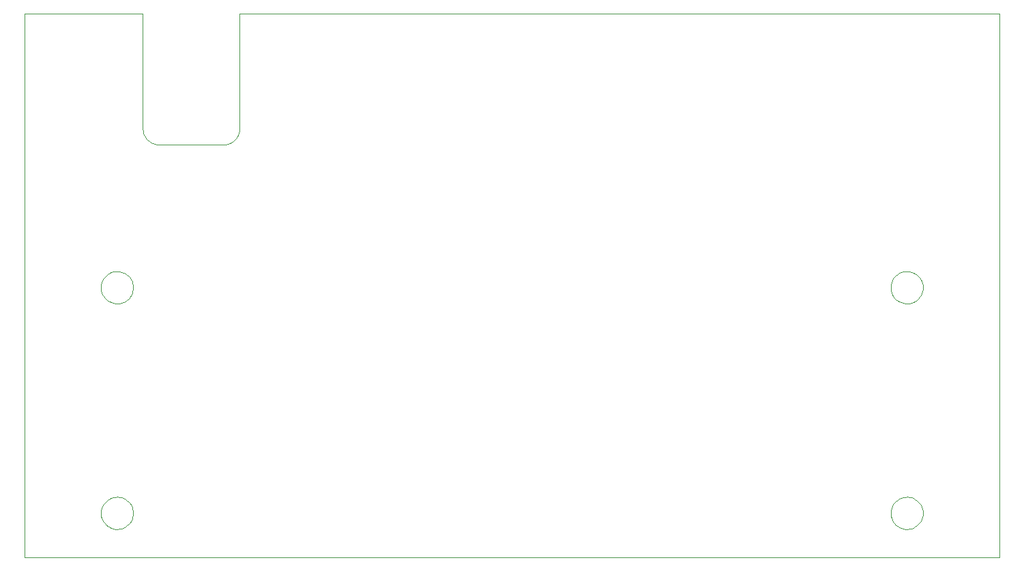
<source format=gm1>
G04*
G04 #@! TF.GenerationSoftware,Altium Limited,Altium Designer,21.6.4 (81)*
G04*
G04 Layer_Color=16711935*
%FSLAX25Y25*%
%MOIN*%
G70*
G04*
G04 #@! TF.SameCoordinates,229126BB-2D6E-4CE4-B507-F74EAE748698*
G04*
G04*
G04 #@! TF.FilePolarity,Positive*
G04*
G01*
G75*
%ADD69C,0.00051*%
%ADD70C,0.00050*%
D69*
X105118Y231102D02*
X105185Y230075D01*
X105386Y229064D01*
X105718Y228089D01*
X106173Y227165D01*
X106745Y226309D01*
X107424Y225535D01*
X108199Y224855D01*
X109055Y224283D01*
X109979Y223828D01*
X110954Y223497D01*
X111964Y223296D01*
X112992Y223228D01*
X144488D02*
X145516Y223296D01*
X146526Y223497D01*
X147501Y223828D01*
X148425Y224283D01*
X149282Y224855D01*
X150056Y225535D01*
X150735Y226309D01*
X151307Y227165D01*
X151763Y228089D01*
X152094Y229064D01*
X152295Y230075D01*
X152362Y231102D01*
X47244Y287402D02*
X105118D01*
Y231102D02*
Y287402D01*
X112992Y223228D02*
X144488D01*
X152362Y287402D02*
X523622D01*
X152362Y231102D02*
Y287402D01*
D70*
X100394Y43307D02*
X100329Y44314D01*
X100136Y45304D01*
X99818Y46262D01*
X99380Y47171D01*
X98830Y48017D01*
X98176Y48785D01*
X97429Y49463D01*
X96601Y50041D01*
X95707Y50507D01*
X94760Y50856D01*
X93776Y51080D01*
X92772Y51177D01*
X91764Y51145D01*
X90768Y50984D01*
X89800Y50697D01*
X88878Y50288D01*
X88015Y49765D01*
X87226Y49136D01*
X86524Y48411D01*
X85921Y47603D01*
X85425Y46723D01*
X85047Y45788D01*
X84791Y44812D01*
X84662Y43812D01*
Y42803D01*
X84791Y41802D01*
X85047Y40826D01*
X85425Y39891D01*
X85921Y39011D01*
X86524Y38203D01*
X87226Y37478D01*
X88015Y36849D01*
X88878Y36326D01*
X89800Y35918D01*
X90768Y35631D01*
X91764Y35469D01*
X92772Y35437D01*
X93776Y35534D01*
X94760Y35759D01*
X95707Y36107D01*
X96601Y36574D01*
X97429Y37151D01*
X98176Y37829D01*
X98830Y38598D01*
X99380Y39443D01*
X99818Y40352D01*
X100136Y41310D01*
X100329Y42300D01*
X100394Y43307D01*
X486221Y43307D02*
X486156Y44314D01*
X485963Y45304D01*
X485645Y46262D01*
X485207Y47171D01*
X484657Y48017D01*
X484003Y48785D01*
X483256Y49463D01*
X482428Y50041D01*
X481534Y50507D01*
X480587Y50856D01*
X479603Y51080D01*
X478599Y51177D01*
X477590Y51145D01*
X476594Y50984D01*
X475627Y50697D01*
X474704Y50288D01*
X473842Y49765D01*
X473053Y49136D01*
X472351Y48411D01*
X471747Y47603D01*
X471252Y46723D01*
X470874Y45788D01*
X470618Y44812D01*
X470489Y43812D01*
Y42803D01*
X470618Y41802D01*
X470874Y40826D01*
X471252Y39891D01*
X471747Y39011D01*
X472351Y38203D01*
X473053Y37478D01*
X473842Y36849D01*
X474704Y36326D01*
X475627Y35918D01*
X476594Y35631D01*
X477590Y35469D01*
X478599Y35437D01*
X479603Y35534D01*
X480587Y35759D01*
X481534Y36107D01*
X482428Y36574D01*
X483256Y37151D01*
X484003Y37829D01*
X484657Y38598D01*
X485207Y39443D01*
X485645Y40352D01*
X485963Y41310D01*
X486156Y42300D01*
X486221Y43307D01*
Y153543D02*
X486156Y154550D01*
X485963Y155541D01*
X485645Y156498D01*
X485207Y157407D01*
X484657Y158253D01*
X484003Y159021D01*
X483256Y159699D01*
X482428Y160277D01*
X481534Y160743D01*
X480587Y161092D01*
X479603Y161316D01*
X478599Y161413D01*
X477590Y161381D01*
X476594Y161220D01*
X475627Y160933D01*
X474704Y160524D01*
X473842Y160001D01*
X473053Y159372D01*
X472351Y158648D01*
X471747Y157839D01*
X471252Y156960D01*
X470874Y156025D01*
X470618Y155049D01*
X470489Y154048D01*
Y153039D01*
X470618Y152038D01*
X470874Y151062D01*
X471252Y150127D01*
X471747Y149248D01*
X472351Y148439D01*
X473053Y147714D01*
X473842Y147085D01*
X474704Y146562D01*
X475627Y146154D01*
X476594Y145867D01*
X477590Y145706D01*
X478599Y145673D01*
X479603Y145770D01*
X480587Y145995D01*
X481534Y146343D01*
X482428Y146810D01*
X483256Y147387D01*
X484003Y148065D01*
X484657Y148834D01*
X485207Y149679D01*
X485645Y150588D01*
X485963Y151546D01*
X486156Y152536D01*
X486221Y153543D01*
X100394Y153543D02*
X100329Y154550D01*
X100136Y155541D01*
X99818Y156498D01*
X99380Y157407D01*
X98830Y158253D01*
X98176Y159021D01*
X97429Y159699D01*
X96601Y160277D01*
X95707Y160743D01*
X94760Y161092D01*
X93776Y161316D01*
X92772Y161413D01*
X91764Y161381D01*
X90768Y161220D01*
X89800Y160933D01*
X88878Y160524D01*
X88015Y160001D01*
X87226Y159372D01*
X86524Y158648D01*
X85921Y157839D01*
X85425Y156960D01*
X85047Y156025D01*
X84791Y155049D01*
X84662Y154048D01*
Y153039D01*
X84791Y152038D01*
X85047Y151062D01*
X85425Y150127D01*
X85921Y149248D01*
X86524Y148439D01*
X87226Y147714D01*
X88015Y147085D01*
X88878Y146562D01*
X89800Y146154D01*
X90768Y145867D01*
X91764Y145706D01*
X92772Y145673D01*
X93776Y145770D01*
X94760Y145995D01*
X95707Y146343D01*
X96601Y146810D01*
X97429Y147387D01*
X98176Y148065D01*
X98830Y148834D01*
X99380Y149679D01*
X99818Y150588D01*
X100136Y151546D01*
X100329Y152536D01*
X100394Y153543D01*
X523622Y21654D02*
Y287402D01*
X47244Y21654D02*
X523622D01*
X47244D02*
Y287402D01*
M02*

</source>
